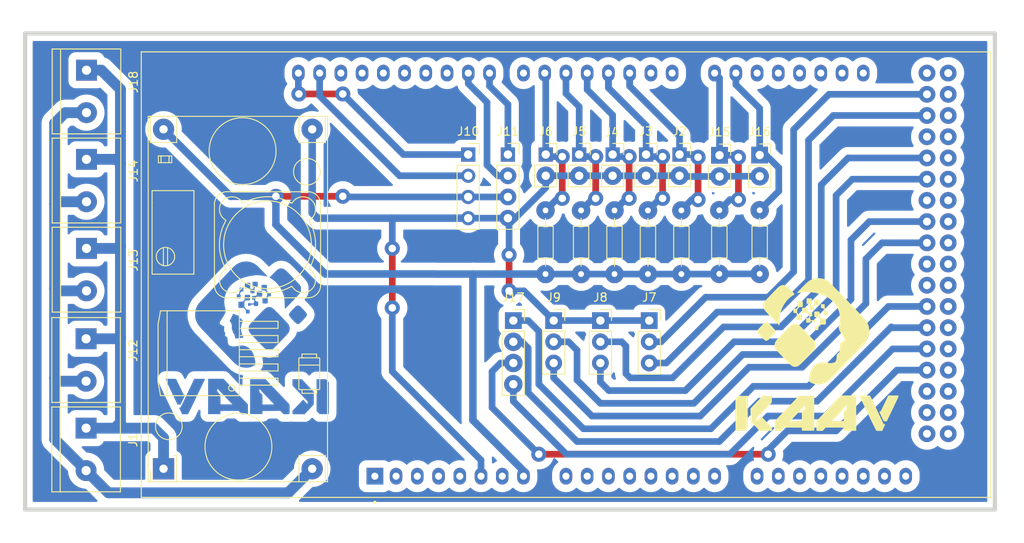
<source format=kicad_pcb>
(kicad_pcb (version 20211014) (generator pcbnew)
  (layers (0 "F.Cu" signal) (31 "B.Cu" signal) (34 "B.Paste" user) (35 "F.Paste" user) (36 "B.SilkS" user "B.Silkscreen") (37 "F.SilkS" user "F.Silkscreen") (38 "B.Mask" user) (39 "F.Mask" user) (44 "Edge.Cuts" user))
  (net 0 "")
  (net 4 "D2")
  (net 5 "GND")
  (net 8 "D3")
  (net 10 "D4")
  (net 11 "D5")
  (net 16 "GND3")
  (net 17 "D14")
  (net 24 "D6")
  (net 26 "+5V")
  (net 30 "D22")
  (net 32 "D24")
  (net 36 "D28")
  (net 38 "D30")
  (net 40 "D15")
  (net 44 "D42")
  (net 71 "D44")
  (net 77 "D34")
  (net 78 "D36")
  (net 79 "SCL")
  (net 80 "SDA")
  (net 81 "D8")
  (net 82 "D9")
  (net 83 "+12V")
  (net 84 "GND1")
  (net 85 "D46")
  (net 86 "D48")
  (footprint "Resistor_THT:R_Axial_DIN0204_L3.6mm_D1.6mm_P7.62mm_Horizontal" (layer "F.Cu") (at 156.5 97.81 90)
    (fp_text reference "R1" hide)
    (fp_text value "R" hide)
  )
  (footprint "Connector_PinSocket_2.54mm:PinSocket_1x04_P2.54mm_Vertical" (layer "F.Cu") (at 135.75 83.5)
    (fp_text reference "J11")
    (fp_text value "Driver_IBT")
  )
  (footprint "Connector_TerminalBloks:TE_282837-2" (layer "F.Cu") (at 85.3 118.8 -90)
    (fp_text reference "J1")
    (fp_text value "Vin")
  )
  (footprint "Resistor_THT:R_Axial_DIN0204_L3.6mm_D1.6mm_P7.62mm_Horizontal" (layer "F.Cu") (at 152.5 97.81 90)
    (fp_text reference "R2" hide)
    (fp_text value "R" hide)
  )
  (footprint "Connector_PinSocket_2.54mm:PinSocket_1x02_P2.54mm_Vertical" (layer "F.Cu") (at 140.275 83.5)
    (fp_text reference "J6")
    (fp_text value "PB_2")
  )
  (footprint "Connector_TerminalBloks:TE_282837-2" (layer "F.Cu") (at 85.344 86.614 -90)
    (fp_text reference "J14")
    (fp_text value "Vin_Z")
  )
  (footprint "Connector_PinSocket_2.54mm:PinSocket_1x04_P2.54mm_Vertical" (layer "F.Cu") (at 136.398 103.378)
    (fp_text reference "J17")
    (fp_text value "Driver_L289N")
  )
  (footprint "Resistor_THT:R_Axial_DIN0204_L3.6mm_D1.6mm_P7.62mm_Horizontal" (layer "F.Cu") (at 144.5 97.81 90)
    (fp_text reference "R4" hide)
    (fp_text value "R" hide)
  )
  (footprint "Connector_TerminalBloks:TE_282837-2" (layer "F.Cu") (at 85.344 97.282 -90)
    (fp_text reference "J13")
    (fp_text value "Vin_Y")
  )
  (footprint "Connector_PinSocket_2.54mm:PinSocket_1x03_P2.54mm_Vertical" (layer "F.Cu") (at 141.224 103.378)
    (fp_text reference "J9")
    (fp_text value "Stepper_Z")
  )
  (footprint "Connector_PinSocket_2.54mm:PinSocket_1x03_P2.54mm_Vertical" (layer "F.Cu") (at 146.812 103.378)
    (fp_text reference "J8")
    (fp_text value "Stepper_Y")
  )
  (footprint "Connector_PinSocket_2.54mm:PinSocket_1x03_P2.54mm_Vertical" (layer "F.Cu") (at 152.654 103.378)
    (fp_text reference "J7")
    (fp_text value "Stepper_X")
  )
  (footprint "Resistor_THT:R_Axial_DIN0204_L3.6mm_D1.6mm_P7.62mm_Horizontal" (layer "F.Cu") (at 161.036 97.79 90)
    (fp_text reference "R6" hide)
    (fp_text value "R" hide)
  )
  (footprint "Connector_PinSocket_2.54mm:PinSocket_1x02_P2.54mm_Vertical" (layer "F.Cu") (at 165.862 83.566)
    (fp_text reference "J16")
    (fp_text value "Pb_4")
  )
  (footprint "Resistor_THT:R_Axial_DIN0204_L3.6mm_D1.6mm_P7.62mm_Horizontal" (layer "F.Cu") (at 165.862 97.79 90)
    (fp_text reference "R7" hide)
    (fp_text value "R" hide)
  )
  (footprint "Connector_TerminalBloks:TE_282837-2" (layer "F.Cu") (at 85.3 108.1 -90)
    (fp_text reference "J12")
    (fp_text value "Vin_X")
  )
  (footprint "Module:Arduino_Due" (layer "F.Cu") (at 142.55 96.75)
    (fp_text reference "U1" hide)
    (fp_text value "Arduino_Due" hide)
  )
  (footprint "Connector_PinSocket_2.54mm:PinSocket_1x02_P2.54mm_Vertical" (layer "F.Cu") (at 161.061 83.586)
    (fp_text reference "J15")
    (fp_text value "PB_3")
  )
  (footprint "Connector_PinSocket_2.54mm:PinSocket_1x02_P2.54mm_Vertical" (layer "F.Cu") (at 156.275 83.5)
    (fp_text reference "J2")
    (fp_text value "Limit_SW1")
  )
  (footprint "Connector_PinSocket_2.54mm:PinSocket_1x02_P2.54mm_Vertical" (layer "F.Cu") (at 144.275 83.5)
    (fp_text reference "J5")
    (fp_text value "PB_1")
  )
  (footprint "Resistor_THT:R_Axial_DIN0204_L3.6mm_D1.6mm_P7.62mm_Horizontal" (layer "F.Cu") (at 148.5 97.81 90)
    (fp_text reference "R3" hide)
    (fp_text value "R" hide)
  )
  (footprint "LOGO_KAV.id:LOGO_KAAV3" (layer "F.Cu") (at 104.75 105)
    (fp_text reference "G***" hide)
    (fp_text value "LOGO" hide)
  )
  (footprint "Module:StepDown_LM2596" (layer "F.Cu") (at 94.56 121.12 90)
    (fp_text reference "U2" hide)
    (fp_text value "LM2596_StepDown" hide)
  )
  (footprint "Connector_PinSocket_2.54mm:PinSocket_1x04_P2.54mm_Vertical" (layer "F.Cu") (at 131 83.5)
    (fp_text reference "J10")
    (fp_text value "LCD_I2C")
  )
  (footprint "Resistor_THT:R_Axial_DIN0204_L3.6mm_D1.6mm_P7.62mm_Horizontal" (layer "F.Cu") (at 140.25 97.81 90)
    (fp_text reference "R5" hide)
    (fp_text value "R" hide)
  )
  (footprint "Connector_PinSocket_2.54mm:PinSocket_1x02_P2.54mm_Vertical" (layer "F.Cu") (at 152.275 83.5)
    (fp_text reference "J3")
    (fp_text value "Limit_SW2")
  )
  (footprint "Connector_TerminalBloks:TE_282837-2" (layer "F.Cu") (at 85.344 75.946 -90)
    (fp_text reference "J18")
    (fp_text value "Vin_Driver")
  )
  (footprint "Connector_PinSocket_2.54mm:PinSocket_1x02_P2.54mm_Vertical" (layer "F.Cu") (at 148.275 83.5)
    (fp_text reference "J4")
    (fp_text value "Limit_SW3")
  )
  (footprint "LOGO_KAV.id:LOGO_KAAV_3cm" (layer "F.Cu") (at 172.292219 107.264409)
    (fp_text reference "REF**" hide)
    (fp_text value "LOGO_KAAV_3cm" hide)
  )
  (gr_line (start 194 69) (end 194 126) (layer "Edge.Cuts") (width 0.5))
  (gr_line (start 194 126) (end 78 126) (layer "Edge.Cuts") (width 0.5))
  (gr_line (start 78 69) (end 194 69) (layer "Edge.Cuts") (width 0.5))
  (gr_line (start 78 126) (end 78 69) (layer "Edge.Cuts") (width 0.5))
  (segment (start 158.496 83.82) (end 158.496 88.9) (width 0.8) (layer "F.Cu") (net 4))
  (via (at 158.496 88.9) (size 1.8) (drill 0.9) (layers "F.Cu" "B.Cu") (net 4))
  (via (at 158.496 83.82) (size 1.8) (drill 0.9) (layers "F.Cu" "B.Cu") (net 4))
  (segment (start 156.5 90.19) (end 156.5 90.134) (width 0.8) (layer "B.Cu") (net 4))
  (segment (start 150.314 75.314) (end 150.314 73.75) (width 0.8) (layer "B.Cu") (net 4))
  (segment (start 150.314 75.186) (end 150.314 73.75) (width 0.8) (layer "B.Cu") (net 4))
  (segment (start 156.275 81.275) (end 150.314 75.314) (width 0.8) (layer "B.Cu") (net 4))
  (segment (start 156.275 83.5) (end 158.176 83.5) (width 0.8) (layer "B.Cu") (net 4))
  (segment (start 157.734 88.9) (end 158.496 88.9) (width 0.8) (layer "B.Cu") (net 4))
  (segment (start 156.5 90.134) (end 157.734 88.9) (width 0.8) (layer "B.Cu") (net 4))
  (segment (start 156.275 83.5) (end 156.275 81.275) (width 0.8) (layer "B.Cu") (net 4))
  (segment (start 158.176 83.5) (end 158.496 83.82) (width 0.8) (layer "B.Cu") (net 4))
  (segment (start 135.89 95.504) (end 135.89 99.822) (width 0.8) (layer "F.Cu") (net 5))
  (segment (start 121.92 101.854) (end 121.92 94.742) (width 0.8) (layer "F.Cu") (net 5))
  (via (at 135.89 99.822) (size 1.8) (drill 0.9) (layers "F.Cu" "B.Cu") (net 5))
  (via (at 135.89 95.504) (size 1.8) (drill 0.9) (layers "F.Cu" "B.Cu") (net 5))
  (via (at 121.92 101.854) (size 1.8) (drill 0.9) (layers "F.Cu" "B.Cu") (net 5))
  (via (at 121.92 94.742) (size 1.8) (drill 0.9) (layers "F.Cu" "B.Cu") (net 5))
  (segment (start 132.534 120.088) (end 121.92 109.474) (width 0.8) (layer "B.Cu") (net 5))
  (segment (start 132.534 122.01) (end 132.534 120.088) (width 0.8) (layer "B.Cu") (net 5))
  (segment (start 121.854 91.12) (end 131 91.12) (width 0.9) (layer "B.Cu") (net 5))
  (segment (start 161.061 86.126) (end 156.361 86.126) (width 0.8) (layer "B.Cu") (net 5))
  (segment (start 135.75 91.12) (end 131 91.12) (width 0.8) (layer "B.Cu") (net 5))
  (segment (start 141.224 103.378) (end 137.668 99.822) (width 0.8) (layer "B.Cu") (net 5))
  (segment (start 112.34 80.48) (end 112.34 90.496) (width 0.9) (layer "B.Cu") (net 5))
  (segment (start 156.361 86.126) (end 156.275 86.04) (width 0.8) (layer "B.Cu") (net 5))
  (segment (start 135.89 91.26) (end 135.75 91.12) (width 0.8) (layer "B.Cu") (net 5))
  (segment (start 121.92 109.474) (end 121.92 101.854) (width 0.8) (layer "B.Cu") (net 5))
  (segment (start 140.275 87.475) (end 136.5 91.25) (width 0.8) (layer "B.Cu") (net 5))
  (segment (start 152.275 86.04) (end 148.275 86.04) (width 0.8) (layer "B.Cu") (net 5))
  (segment (start 135.88 91.25) (end 135.75 91.12) (width 0.8) (layer "B.Cu") (net 5))
  (segment (start 156.275 86.04) (end 152.275 86.04) (width 0.8) (layer "B.Cu") (net 5))
  (segment (start 112.34 90.496) (end 112.964 91.12) (width 0.9) (layer "B.Cu") (net 5))
  (segment (start 137.668 99.822) (end 135.89 99.822) (width 0.8) (layer "B.Cu") (net 5))
  (segment (start 135.89 95.504) (end 135.89 91.26) (width 0.8) (layer "B.Cu") (net 5))
  (segment (start 161.081 86.106) (end 161.061 86.126) (width 0.8) (layer "B.Cu") (net 5))
  (segment (start 165.862 86.106) (end 161.081 86.106) (width 0.8) (layer "B.Cu") (net 5))
  (segment (start 144.275 86.04) (end 140.275 86.04) (width 0.8) (layer "B.Cu") (net 5))
  (segment (start 136.5 91.25) (end 135.88 91.25) (width 0.8) (layer "B.Cu") (net 5))
  (segment (start 146.812 103.378) (end 141.224 103.378) (width 0.8) (layer "B.Cu") (net 5))
  (segment (start 152.654 103.378) (end 146.812 103.378) (width 0.8) (layer "B.Cu") (net 5))
  (segment (start 121.92 94.742) (end 121.92 91.186) (width 0.8) (layer "B.Cu") (net 5))
  (segment (start 148.275 86.04) (end 144.275 86.04) (width 0.8) (layer "B.Cu") (net 5))
  (segment (start 112.964 91.12) (end 121.854 91.12) (width 0.9) (layer "B.Cu") (net 5))
  (segment (start 121.92 91.186) (end 121.854 91.12) (width 0.8) (layer "B.Cu") (net 5))
  (segment (start 140.275 86.04) (end 140.275 87.475) (width 0.8) (layer "B.Cu") (net 5))
  (segment (start 154.25 83.75) (end 154.25 88.75) (width 0.8) (layer "F.Cu") (net 8))
  (via (at 154.25 83.75) (size 1.8) (drill 0.9) (layers "F.Cu" "B.Cu") (net 8))
  (via (at 154.25 88.75) (size 1.8) (drill 0.9) (layers "F.Cu" "B.Cu") (net 8))
  (segment (start 147.774 75.476) (end 147.774 73.75) (width 0.8) (layer "B.Cu") (net 8))
  (segment (start 154.25 88.75) (end 153.94 88.75) (width 0.8) (layer "B.Cu") (net 8))
  (segment (start 152.275 83.5) (end 152.275 80.025) (width 0.8) (layer "B.Cu") (net 8))
  (segment (start 153.94 88.75) (end 152.5 90.19) (width 0.8) (layer "B.Cu") (net 8))
  (segment (start 154.25 83.75) (end 152.525 83.75) (width 0.8) (layer "B.Cu") (net 8))
  (segment (start 152.525 83.75) (end 152.275 83.5) (width 0.8) (layer "B.Cu") (net 8))
  (segment (start 152.275 80.025) (end 147.774 75.524) (width 0.8) (layer "B.Cu") (net 8))
  (segment (start 147.774 75.524) (end 147.774 73.75) (width 0.8) (layer "B.Cu") (net 8))
  (segment (start 150.25 83.75) (end 150.25 88.75) (width 0.8) (layer "F.Cu") (net 10))
  (via (at 150.25 83.75) (size 1.8) (drill 0.9) (layers "F.Cu" "B.Cu") (net 10))
  (via (at 150.25 88.75) (size 1.8) (drill 0.9) (layers "F.Cu" "B.Cu") (net 10))
  (segment (start 149.94 88.75) (end 148.5 90.19) (width 0.8) (layer "B.Cu") (net 10))
  (segment (start 150.25 88.75) (end 149.94 88.75) (width 0.8) (layer "B.Cu") (net 10))
  (segment (start 148.275 78.775) (end 145.234 75.734) (width 0.8) (layer "B.Cu") (net 10))
  (segment (start 145.234 75.734) (end 145.234 73.75) (width 0.8) (layer "B.Cu") (net 10))
  (segment (start 148.525 83.75) (end 148.275 83.5) (width 0.8) (layer "B.Cu") (net 10))
  (segment (start 148.275 83.5) (end 148.275 78.775) (width 0.8) (layer "B.Cu") (net 10))
  (segment (start 150.25 83.75) (end 148.525 83.75) (width 0.8) (layer "B.Cu") (net 10))
  (segment (start 146.25 83.75) (end 146.25 88.75) (width 0.8) (layer "F.Cu") (net 11))
  (via (at 146.25 83.75) (size 1.8) (drill 0.9) (layers "F.Cu" "B.Cu") (net 11))
  (via (at 146.25 88.75) (size 1.8) (drill 0.9) (layers "F.Cu" "B.Cu") (net 11))
  (segment (start 144.525 83.75) (end 144.275 83.5) (width 0.8) (layer "B.Cu") (net 11))
  (segment (start 145.94 88.75) (end 144.5 90.19) (width 0.8) (layer "B.Cu") (net 11))
  (segment (start 142.694 76.194) (end 142.694 73.75) (width 0.8) (layer "B.Cu") (net 11))
  (segment (start 146.25 83.75) (end 144.525 83.75) (width 0.8) (layer "B.Cu") (net 11))
  (segment (start 146.25 88.75) (end 145.94 88.75) (width 0.8) (layer "B.Cu") (net 11))
  (segment (start 144.275 77.775) (end 142.694 76.194) (width 0.8) (layer "B.Cu") (net 11))
  (segment (start 144.275 83.5) (end 144.275 77.775) (width 0.8) (layer "B.Cu") (net 11))
  (segment (start 163.322 83.82) (end 163.322 88.9) (width 0.8) (layer "F.Cu") (net 17))
  (via (at 163.322 83.82) (size 1.8) (drill 0.9) (layers "F.Cu" "B.Cu") (net 17))
  (via (at 163.322 88.9) (size 1.8) (drill 0.9) (layers "F.Cu" "B.Cu") (net 17))
  (segment (start 162.306 88.9) (end 163.322 88.9) (width 0.8) (layer "B.Cu") (net 17))
  (segment (start 161.036 90.17) (end 162.306 88.9) (width 0.8) (layer "B.Cu") (net 17))
  (segment (start 161.061 83.586) (end 161.061 74.337) (width 0.8) (layer "B.Cu") (net 17))
  (segment (start 161.061 83.586) (end 163.088 83.586) (width 0.8) (layer "B.Cu") (net 17))
  (segment (start 161.061 74.337) (end 160.474 73.75) (width 0.8) (layer "B.Cu") (net 17))
  (segment (start 163.088 83.586) (end 163.322 83.82) (width 0.8) (layer "B.Cu") (net 17))
  (segment (start 142.25 83.75) (end 142.25 88.75) (width 0.8) (layer "F.Cu") (net 24))
  (via (at 142.25 83.75) (size 1.8) (drill 0.9) (layers "F.Cu" "B.Cu") (net 24))
  (via (at 142.25 88.75) (size 1.8) (drill 0.9) (layers "F.Cu" "B.Cu") (net 24))
  (segment (start 141.69 88.75) (end 140.25 90.19) (width 0.8) (layer "B.Cu") (net 24))
  (segment (start 140.525 83.75) (end 140.275 83.5) (width 0.8) (layer "B.Cu") (net 24))
  (segment (start 140.275 73.871) (end 140.154 73.75) (width 0.8) (layer "B.Cu") (net 24))
  (segment (start 142.25 83.75) (end 140.525 83.75) (width 0.8) (layer "B.Cu") (net 24))
  (segment (start 142.25 88.75) (end 141.69 88.75) (width 0.8) (layer "B.Cu") (net 24))
  (segment (start 140.275 83.5) (end 140.275 73.871) (width 0.8) (layer "B.Cu") (net 24))
  (segment (start 116 88.5) (end 108 88.5) (width 0.8) (layer "F.Cu") (net 26))
  (via (at 116 88.5) (size 1.8) (drill 0.9) (layers "F.Cu" "B.Cu") (net 26))
  (via (at 108 88.5) (size 1.8) (drill 0.9) (layers "F.Cu" "B.Cu") (net 26))
  (segment (start 148.5 97.81) (end 144.5 97.81) (width 0.8) (layer "B.Cu") (net 26))
  (segment (start 144.5 97.81) (end 140.25 97.81) (width 0.8) (layer "B.Cu") (net 26))
  (segment (start 116.08 88.58) (end 116 88.5) (width 0.8) (layer "B.Cu") (net 26))
  (segment (start 156.5 97.81) (end 161.016 97.81) (width 0.8) (layer "B.Cu") (net 26))
  (segment (start 113.9 97.8) (end 108 91.9) (width 0.9) (layer "B.Cu") (net 26))
  (segment (start 161.016 97.81) (end 161.036 97.79) (width 0.8) (layer "B.Cu") (net 26))
  (segment (start 108 88.5) (end 102.58 88.5) (width 0.9) (layer "B.Cu") (net 26))
  (segment (start 137.614 122.01) (end 137.614 121.358) (width 0.8) (layer "B.Cu") (net 26))
  (segment (start 127 97.8) (end 113.9 97.8) (width 0.9) (layer "B.Cu") (net 26))
  (segment (start 102.58 88.5) (end 94.56 80.48) (width 0.9) (layer "B.Cu") (net 26))
  (segment (start 134.31 97.81) (end 127.01 97.81) (width 0.9) (layer "B.Cu") (net 26))
  (segment (start 131.562 115.306) (end 131.562 97.8) (width 0.9) (layer "B.Cu") (net 26))
  (segment (start 131 88.58) (end 116.08 88.58) (width 0.8) (layer "B.Cu") (net 26))
  (segment (start 134.31 97.81) (end 134.3 97.8) (width 0.8) (layer "B.Cu") (net 26))
  (segment (start 152.5 97.81) (end 148.5 97.81) (width 0.8) (layer "B.Cu") (net 26))
  (segment (start 137.614 121.358) (end 131.562 115.306) (width 0.9) (layer "B.Cu") (net 26))
  (segment (start 161.036 97.79) (end 165.862 97.79) (width 0.8) (layer "B.Cu") (net 26))
  (segment (start 140.25 97.81) (end 134.31 97.81) (width 0.9) (layer "B.Cu") (net 26))
  (segment (start 156.5 97.81) (end 152.5 97.81) (width 0.8) (layer "B.Cu") (net 26))
  (segment (start 135.75 88.58) (end 131 88.58) (width 0.8) (layer "B.Cu") (net 26))
  (segment (start 108 91.9) (end 108 88.5) (width 0.9) (layer "B.Cu") (net 26))
  (segment (start 127.01 97.81) (end 127 97.8) (width 0.8) (layer "B.Cu") (net 26))
  (segment (start 169.926 80.518) (end 174.154 76.29) (width 0.8) (layer "B.Cu") (net 30))
  (segment (start 169.926 97.536) (end 169.926 80.518) (width 0.8) (layer "B.Cu") (net 30))
  (segment (start 152.654 105.918) (end 154.068213 105.918) (width 0.8) (layer "B.Cu") (net 30))
  (segment (start 159.402213 100.584) (end 166.878 100.584) (width 0.8) (layer "B.Cu") (net 30))
  (segment (start 166.878 100.584) (end 169.926 97.536) (width 0.8) (layer "B.Cu") (net 30))
  (segment (start 154.068213 105.918) (end 159.402213 100.584) (width 0.8) (layer "B.Cu") (net 30))
  (segment (start 174.154 76.29) (end 185.874 76.29) (width 0.8) (layer "B.Cu") (net 30))
  (segment (start 152.654 108.458) (end 154.686 108.458) (width 0.8) (layer "B.Cu") (net 32))
  (segment (start 160.782 102.362) (end 167.894 102.362) (width 0.8) (layer "B.Cu") (net 32))
  (segment (start 171.704 81.788) (end 174.662 78.83) (width 0.8) (layer "B.Cu") (net 32))
  (segment (start 174.662 78.83) (end 185.874 78.83) (width 0.8) (layer "B.Cu") (net 32))
  (segment (start 154.686 108.458) (end 160.782 102.362) (width 0.8) (layer "B.Cu") (net 32))
  (segment (start 167.894 102.362) (end 171.704 98.552) (width 0.8) (layer "B.Cu") (net 32))
  (segment (start 171.704 98.552) (end 171.704 81.788) (width 0.8) (layer "B.Cu") (net 32))
  (segment (start 161.544 104.14) (end 168.402 104.14) (width 0.8) (layer "B.Cu") (net 36))
  (segment (start 150.368 110.236) (end 155.448 110.236) (width 0.8) (layer "B.Cu") (net 36))
  (segment (start 155.448 110.236) (end 161.544 104.14) (width 0.8) (layer "B.Cu") (net 36))
  (segment (start 173.228 87.122) (end 176.44 83.91) (width 0.8) (layer "B.Cu") (net 36))
  (segment (start 149.352 105.918) (end 149.86 106.426) (width 0.8) (layer "B.Cu") (net 36))
  (segment (start 149.86 109.728) (end 150.368 110.236) (width 0.8) (layer "B.Cu") (net 36))
  (segment (start 168.402 104.14) (end 173.228 99.314) (width 0.8) (layer "B.Cu") (net 36))
  (segment (start 149.86 106.426) (end 149.86 109.728) (width 0.8) (layer "B.Cu") (net 36))
  (segment (start 146.812 105.918) (end 149.352 105.918) (width 0.8) (layer "B.Cu") (net 36))
  (segment (start 176.44 83.91) (end 185.874 83.91) (width 0.8) (layer "B.Cu") (net 36))
  (segment (start 173.228 99.314) (end 173.228 87.122) (width 0.8) (layer "B.Cu") (net 36))
  (segment (start 176.948 86.45) (end 185.874 86.45) (width 0.8) (layer "B.Cu") (net 38))
  (segment (start 146.812 108.458) (end 146.812 110.744) (width 0.8) (layer "B.Cu") (net 38))
  (segment (start 147.828 111.76) (end 156.972 111.76) (width 0.8) (layer "B.Cu") (net 38))
  (segment (start 162.814 105.918) (end 169.164 105.918) (width 0.8) (layer "B.Cu") (net 38))
  (segment (start 169.164 105.918) (end 175.006 100.076) (width 0.8) (layer "B.Cu") (net 38))
  (segment (start 146.812 110.744) (end 147.828 111.76) (width 0.8) (layer "B.Cu") (net 38))
  (segment (start 175.006 100.076) (end 175.006 88.392) (width 0.8) (layer "B.Cu") (net 38))
  (segment (start 175.006 88.392) (end 176.948 86.45) (width 0.8) (layer "B.Cu") (net 38))
  (segment (start 156.972 111.76) (end 162.814 105.918) (width 0.8) (layer "B.Cu") (net 38))
  (segment (start 168.148 87.884) (end 168.148 85.09) (width 0.8) (layer "B.Cu") (net 40))
  (segment (start 165.862 90.17) (end 168.148 87.884) (width 0.8) (layer "B.Cu") (net 40))
  (segment (start 165.862 83.566) (end 165.862 77.978) (width 0.8) (layer "B.Cu") (net 40))
  (segment (start 165.862 77.978) (end 163.014 75.13) (width 0.8) (layer "B.Cu") (net 40))
  (segment (start 166.624 83.566) (end 165.862 83.566) (width 0.8) (layer "B.Cu") (net 40))
  (segment (start 168.148 85.09) (end 166.624 83.566) (width 0.8) (layer "B.Cu") (net 40))
  (segment (start 163.014 75.13) (end 163.014 73.75) (width 0.8) (layer "B.Cu") (net 40))
  (segment (start 139.446 110.998) (end 144.78 116.332) (width 0.8) (layer "B.Cu") (net 44))
  (segment (start 144.78 116.332) (end 160.02 116.332) (width 0.8) (layer "B.Cu") (net 44))
  (segment (start 138.176 103.378) (end 139.446 104.648) (width 0.8) (layer "B.Cu") (net 44))
  (segment (start 165.1 111.252) (end 171.704 111.252) (width 0.8) (layer "B.Cu") (net 44))
  (segment (start 139.446 104.648) (end 139.446 110.998) (width 0.8) (layer "B.Cu") (net 44))
  (segment (start 136.398 103.378) (end 138.176 103.378) (width 0.8) (layer "B.Cu") (net 44))
  (segment (start 171.704 111.252) (end 181.266 101.69) (width 0.8) (layer "B.Cu") (net 44))
  (segment (start 160.02 116.332) (end 165.1 111.252) (width 0.8) (layer "B.Cu") (net 44))
  (segment (start 181.266 101.69) (end 185.874 101.69) (width 0.8) (layer "B.Cu") (net 44))
  (segment (start 138.176 106.68) (end 138.176 112.014) (width 0.8) (layer "B.Cu") (net 71))
  (segment (start 138.176 112.014) (end 144.018 117.856) (width 0.8) (layer "B.Cu") (net 71))
  (segment (start 144.018 117.856) (end 161.036 117.856) (width 0.8) (layer "B.Cu") (net 71))
  (segment (start 181.61 104.14) (end 181.7 104.23) (width 0.8) (layer "B.Cu") (net 71))
  (segment (start 161.036 117.856) (end 165.862 113.03) (width 0.8) (layer "B.Cu") (net 71))
  (segment (start 172.72 113.03) (end 181.61 104.14) (width 0.8) (layer "B.Cu") (net 71))
  (segment (start 165.862 113.03) (end 172.72 113.03) (width 0.8) (layer "B.Cu") (net 71))
  (segment (start 137.414 105.918) (end 138.176 106.68) (width 0.8) (layer "B.Cu") (net 71))
  (segment (start 136.398 105.918) (end 137.414 105.918) (width 0.8) (layer "B.Cu") (net 71))
  (segment (start 181.7 104.23) (end 185.874 104.23) (width 0.8) (layer "B.Cu") (net 71))
  (segment (start 144.018 106.934) (end 144.018 110.49) (width 0.8) (layer "B.Cu") (net 77))
  (segment (start 178.98 91.53) (end 185.874 91.53) (width 0.8) (layer "B.Cu") (net 77))
  (segment (start 170.18 107.442) (end 176.784 100.838) (width 0.8) (layer "B.Cu") (net 77))
  (segment (start 146.812 113.284) (end 157.988 113.284) (width 0.8) (layer "B.Cu") (net 77))
  (segment (start 157.988 113.284) (end 163.83 107.442) (width 0.8) (layer "B.Cu") (net 77))
  (segment (start 143.002 105.918) (end 144.018 106.934) (width 0.8) (layer "B.Cu") (net 77))
  (segment (start 176.784 100.838) (end 176.784 93.726) (width 0.8) (layer "B.Cu") (net 77))
  (segment (start 144.018 110.49) (end 146.812 113.284) (width 0.8) (layer "B.Cu") (net 77))
  (segment (start 176.784 93.726) (end 178.98 91.53) (width 0.8) (layer "B.Cu") (net 77))
  (segment (start 163.83 107.442) (end 170.18 107.442) (width 0.8) (layer "B.Cu") (net 77))
  (segment (start 141.224 105.918) (end 143.002 105.918) (width 0.8) (layer "B.Cu") (net 77))
  (segment (start 170.942 108.966) (end 178.562 101.346) (width 0.8) (layer "B.Cu") (net 78))
  (segment (start 180.504 94.07) (end 185.874 94.07) (width 0.8) (layer "B.Cu") (net 78))
  (segment (start 178.562 101.346) (end 178.562 96.012) (width 0.8) (layer "B.Cu") (net 78))
  (segment (start 158.75 114.808) (end 164.592 108.966) (width 0.8) (layer "B.Cu") (net 78))
  (segment (start 145.796 114.808) (end 158.75 114.808) (width 0.8) (layer "B.Cu") (net 78))
  (segment (start 141.224 108.458) (end 141.224 110.236) (width 0.8) (layer "B.Cu") (net 78))
  (segment (start 141.224 110.236) (end 145.796 114.808) (width 0.8) (layer "B.Cu") (net 78))
  (segment (start 178.562 96.012) (end 180.504 94.07) (width 0.8) (layer "B.Cu") (net 78))
  (segment (start 164.592 108.966) (end 170.942 108.966) (width 0.8) (layer "B.Cu") (net 78))
  (segment (start 110.75 76.25) (end 116 76.25) (width 0.8) (layer "F.Cu") (net 79))
  (via (at 110.75 76.25) (size 1.8) (drill 0.9) (layers "F.Cu" "B.Cu") (net 79))
  (via (at 116 76.25) (size 1.8) (drill 0.9) (layers "F.Cu" "B.Cu") (net 79))
  (segment (start 110.69 76.19) (end 110.75 76.25) (width 0.8) (layer "B.Cu") (net 79))
  (segment (start 116 76.25) (end 123.25 83.5) (width 0.8) (layer "B.Cu") (net 79))
  (segment (start 123.25 83.5) (end 131 83.5) (width 0.8) (layer "B.Cu") (net 79))
  (segment (start 110.69 73.75) (end 110.69 76.19) (width 0.8) (layer "B.Cu") (net 79))
  (segment (start 131 86.04) (end 122.79 86.04) (width 0.8) (layer "B.Cu") (net 80))
  (segment (start 113.23 76.48) (end 113.23 73.75) (width 0.8) (layer "B.Cu") (net 80))
  (segment (start 122.79 86.04) (end 113.23 76.48) (width 0.8) (layer "B.Cu") (net 80))
  (segment (start 133.55 75.3) (end 133.55 73.75) (width 0.8) (layer "B.Cu") (net 81))
  (segment (start 135.75 83.5) (end 135.75 77.5) (width 0.8) (layer "B.Cu") (net 81))
  (segment (start 135.75 77.5) (end 133.55 75.3) (width 0.8) (layer "B.Cu") (net 81))
  (segment (start 133.25 84.75) (end 133.25 77.25) (width 0.8) (layer "B.Cu") (net 82))
  (segment (start 134.54 86.04) (end 133.25 84.75) (width 0.8) (layer "B.Cu") (net 82))
  (segment (start 133.25 77.25) (end 131.01 75.01) (width 0.8) (layer "B.Cu") (net 82))
  (segment (start 131.01 75.01) (end 131.01 73.75) (width 0.8) (layer "B.Cu") (net 82))
  (segment (start 135.75 86.04) (end 134.54 86.04) (width 0.8) (layer "B.Cu") (net 82))
  (segment (start 93.4 116.26) (end 88.718 116.26) (width 1.3) (layer "B.Cu") (net 83))
  (segment (start 89.408 84.582) (end 89.408 94.488) (width 1.3) (layer "B.Cu") (net 83))
  (segment (start 89.408 75.692) (end 89.408 84.582) (width 1.3) (layer "B.Cu") (net 83))
  (segment (start 87.122 73.406) (end 89.408 75.692) (width 1.3) (layer "B.Cu") (net 83))
  (segment (start 89.408 115.57) (end 88.718 116.26) (width 1.3) (layer "B.Cu") (net 83))
  (segment (start 89.258 105.56) (end 89.408 105.41) (width 1.3) (layer "B.Cu") (net 83))
  (segment (start 88.718 116.26) (end 85.3 116.26) (width 1.3) (layer "B.Cu") (net 83))
  (segment (start 88.9 84.074) (end 89.408 84.582) (width 1.3) (layer "B.Cu") (net 83))
  (segment (start 85.344 84.074) (end 88.9 84.074) (width 1.3) (layer "B.Cu") (net 83))
  (segment (start 94.56 121.12) (end 94.56 117.42) (width 1.3) (layer "B.Cu") (net 83))
  (segment (start 85.3 105.56) (end 89.258 105.56) (width 1.3) (layer "B.Cu") (net 83))
  (segment (start 85.344 73.406) (end 87.122 73.406) (width 1.3) (layer "B.Cu") (net 83))
  (segment (start 85.344 94.742) (end 89.154 94.742) (width 1.3) (layer "B.Cu") (net 83))
  (segment (start 89.154 94.742) (end 89.408 94.488) (width 1.3) (layer "B.Cu") (net 83))
  (segment (start 94.56 117.42) (end 93.4 116.26) (width 1.3) (layer "B.Cu") (net 83))
  (segment (start 89.408 105.41) (end 89.408 115.57) (width 1.3) (layer "B.Cu") (net 83))
  (segment (start 89.408 94.488) (end 89.408 105.41) (width 1.3) (layer "B.Cu") (net 83))
  (segment (start 81.788 99.822) (end 81.534 99.568) (width 1.3) (layer "B.Cu") (net 84))
  (segment (start 82.804 78.486) (end 85.344 78.486) (width 1.3) (layer "B.Cu") (net 84))
  (segment (start 81.534 89.408) (end 81.534 79.756) (width 1.3) (layer "B.Cu") (net 84))
  (segment (start 85.3 110.64) (end 81.938 110.64) (width 1.3) (layer "B.Cu") (net 84))
  (segment (start 81.534 117.574) (end 81.534 110.236) (width 1.3) (layer "B.Cu") (net 84))
  (segment (start 81.534 79.756) (end 82.804 78.486) (width 1.3) (layer "B.Cu") (net 84))
  (segment (start 85.344 99.822) (end 81.788 99.822) (width 1.3) (layer "B.Cu") (net 84))
  (segment (start 109.96 123.5) (end 112.34 121.12) (width 1.2) (layer "B.Cu") (net 84))
  (segment (start 109.46 124) (end 87.96 124) (width 1.3) (layer "B.Cu") (net 84))
  (segment (start 109.46 124) (end 112.34 121.12) (width 1.3) (layer "B.Cu") (net 84))
  (segment (start 81.938 110.64) (end 81.534 110.236) (width 1.3) (layer "B.Cu") (net 84))
  (segment (start 85.344 89.154) (end 81.788 89.154) (width 1.3) (layer "B.Cu") (net 84))
  (segment (start 81.534 99.568) (end 81.534 89.408) (width 1.3) (layer "B.Cu") (net 84))
  (segment (start 87.96 124) (end 85.3 121.34) (width 1.3) (layer "B.Cu") (net 84))
  (segment (start 81.788 89.154) (end 81.534 89.408) (width 1.3) (layer "B.Cu") (net 84))
  (segment (start 81.534 110.236) (end 81.534 99.568) (width 1.3) (layer "B.Cu") (net 84))
  (segment (start 85.3 121.34) (end 81.534 117.574) (width 1.3) (layer "B.Cu") (net 84))
  (segment (start 181.774 106.77) (end 185.874 106.77) (width 0.8) (layer "B.Cu") (net 85))
  (segment (start 166.878 114.808) (end 173.736 114.808) (width 0.8) (layer "B.Cu") (net 85))
  (segment (start 136.398 113.03) (end 142.748 119.38) (width 0.8) (layer "B.Cu") (net 85))
  (segment (start 173.736 114.808) (end 181.774 106.77) (width 0.8) (layer "B.Cu") (net 85))
  (segment (start 136.398 110.998) (end 136.398 113.03) (width 0.8) (layer "B.Cu") (net 85))
  (segment (start 142.748 119.38) (end 162.306 119.38) (width 0.8) (layer "B.Cu") (net 85))
  (segment (start 162.306 119.38) (end 166.878 114.808) (width 0.8) (layer "B.Cu") (net 85))
  (segment (start 166.878 119.38) (end 139.446 119.38) (width 0.8) (layer "F.Cu") (net 86))
  (via (at 166.878 119.38) (size 1.8) (drill 0.9) (layers "F.Cu" "B.Cu") (net 86))
  (via (at 139.446 119.38) (size 1.8) (drill 0.9) (layers "F.Cu" "B.Cu") (net 86))
  (segment (start 175.006 116.586) (end 182.282 109.31) (width 0.8) (layer "B.Cu") (net 86))
  (segment (start 133.858 113.792) (end 139.446 119.38) (width 0.8) (layer "B.Cu") (net 86))
  (segment (start 182.282 109.31) (end 185.874 109.31) (width 0.8) (layer "B.Cu") (net 86))
  (segment (start 133.858 109.474) (end 133.858 113.792) (width 0.8) (layer "B.Cu") (net 86))
  (segment (start 166.878 118.872) (end 169.164 116.586) (width 0.8) (layer "B.Cu") (net 86))
  (segment (start 134.874 108.458) (end 133.858 109.474) (width 0.8) (layer "B.Cu") (net 86))
  (segment (start 166.878 119.38) (end 166.878 118.872) (width 0.8) (layer "B.Cu") (net 86))
  (segment (start 169.164 116.586) (end 175.006 116.586) (width 0.8) (layer "B.Cu") (net 86))
  (segment (start 136.398 108.458) (end 134.874 108.458) (width 0.8) (layer "B.Cu") (net 86))
  (zone (net 0) (net_name "") (layer "B.Cu") (connect_pads (clearance 0.908)) (min_thickness 0.254) (fill yes (thermal_gap 0.508) (thermal_bridge_width 0.508))
    (polygon (pts (xy 197.5 130) (xy 75 130) (xy 75 65) (xy 197.5 65)))
  )
)
</source>
